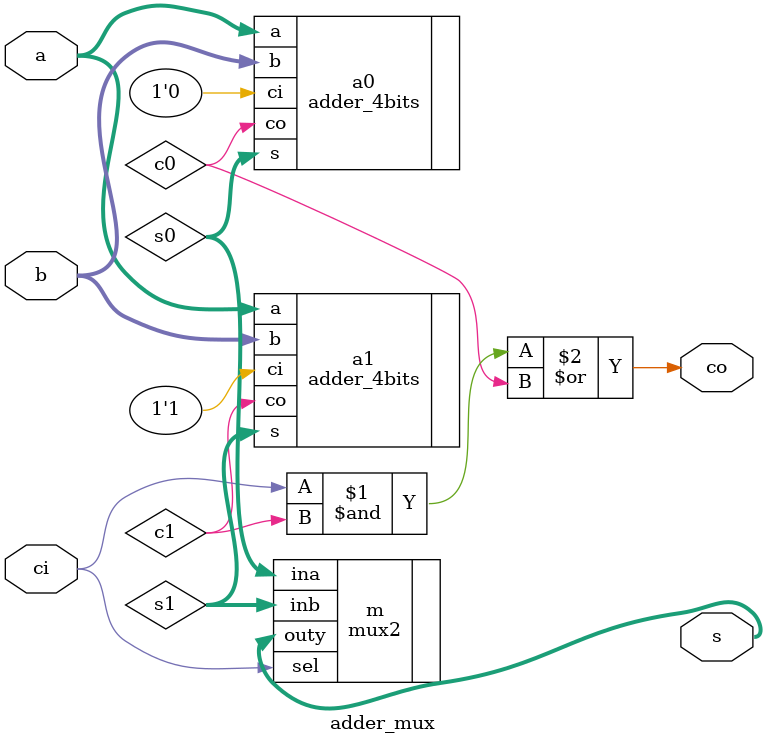
<source format=v>
module adder_mux(a,b,ci,s,co);

    input [3:0] a;
    input [3:0] b;
	input ci;
    output [3:0] s;
	output co;
	
	wire c0,c1;
	wire [3:0] s1,s0;
	
	adder_4bits a1(.a(a),.b(b),.ci(1'b1),.s(s1),.co(c1));
	adder_4bits a0(.a(a),.b(b),.ci(1'b0),.s(s0),.co(c0));
	
	assign co = ci & c1 | c0;
	
	mux2 #(.n(4)) m(.ina(s0),.inb(s1),.sel(ci),.outy(s));


endmodule
</source>
